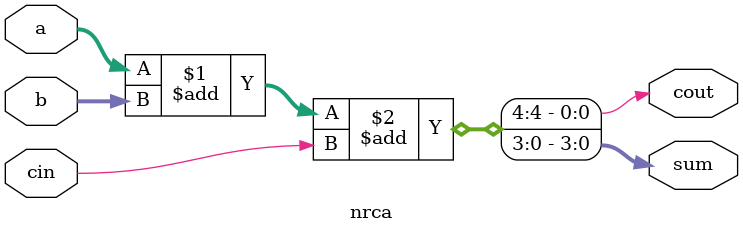
<source format=v>
module nrca(a,b,cin,sum,cout);
    input [3:0]a,b;
    input cin;
    output [3:0]sum;
    output cout;

    assign {cout,sum}=a+b+cin;
    
endmodule

</source>
